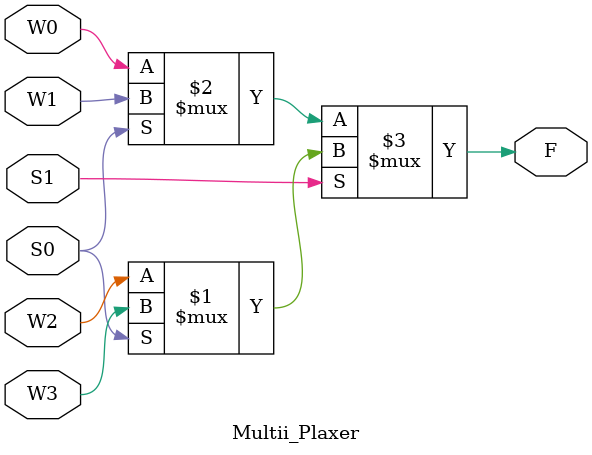
<source format=v>
`timescale 1ns / 1ps
module Multii_Plaxer( input S1,S0, W0,W1,W2,W3, output F
    );
		assign F = S1 ? (S0 ? W3 : W2) : (S0 ? W1 : W0);

endmodule

</source>
